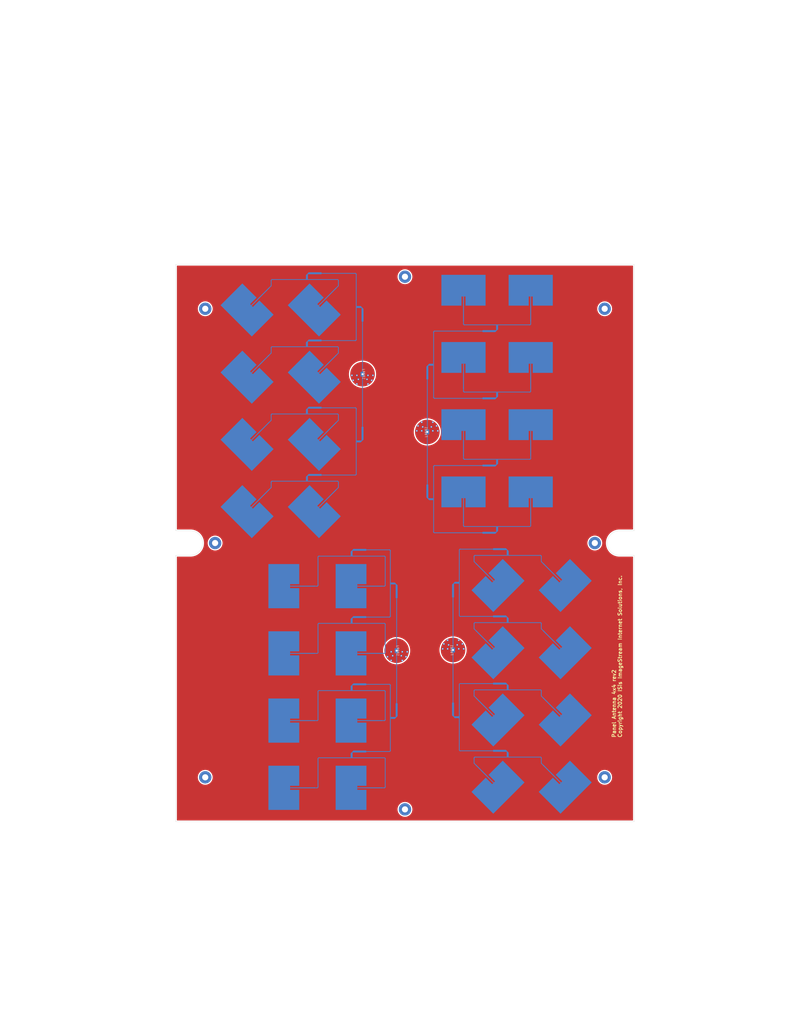
<source format=kicad_pcb>
(kicad_pcb (version 20201116) (generator pcbnew)
  (layers (0 "F.Cu" signal) (1 "In1.Cu" power) (2 "In2.Cu" power) (31 "B.Cu" signal) (34 "B.Paste" user) (35 "F.Paste" user) (36 "B.SilkS" user "B.Silkscreen") (37 "F.SilkS" user "F.Silkscreen") (38 "B.Mask" user) (39 "F.Mask" user) (44 "Edge.Cuts" user))
  (net 0 "")
  (net 1 "GND")
  (net 2 "/A1E1")
  (net 3 "/A1E2")
  (net 4 "/A1E3S2")
  (net 5 "/A1E3")
  (net 6 "/A1E4")
  (net 7 "/A1E5S2")
  (net 8 "/A1E5")
  (net 9 "/A1E6S2")
  (net 10 "/A1E6")
  (net 11 "/A1E7")
  (net 12 "/A1E8")
  (net 13 "/A1P1")
  (net 14 "/A1P4")
  (footprint "MountingHole:MountingHole_2.5mm_Pad_TopBottom" (layer "F.Cu") (at 93 5)
    (fp_text reference "H10" hide)
    (fp_text value "Mounting Hole")
  )
  (footprint "MountingHole:MountingHole_2.5mm_Pad_TopBottom" (layer "F.Cu") (at 170 113)
    (fp_text reference "H12" hide)
    (fp_text value "Mounting Hole")
  )
  (footprint "MountingHole:MountingHole_2.5mm_Pad_TopBottom" (layer "F.Cu") (at 174 208 90)
    (fp_text reference "H4" hide)
    (fp_text value "Mounting Hole")
  )
  (footprint "MountingHole:MountingHole_2.5mm_Pad_TopBottom" (layer "F.Cu") (at 93 221)
    (fp_text reference "H9" hide)
    (fp_text value "Mounting Hole")
  )
  (footprint "MountingHole:MountingHole_2.5mm_Pad_TopBottom" (layer "F.Cu") (at 174 18)
    (fp_text reference "H2" hide)
    (fp_text value "Mounting Hole")
  )
  (footprint "MountingHole:MountingHole_2.5mm_Pad_TopBottom" (layer "F.Cu") (at 12 208)
    (fp_text reference "H3" hide)
    (fp_text value "Mounting Hole")
  )
  (footprint "MountingHole:MountingHole_2.5mm_Pad_TopBottom" (layer "F.Cu") (at 12 18)
    (fp_text reference "H1" hide)
    (fp_text value "Mounting Hole")
  )
  (footprint "MountingHole:MountingHole_2.5mm_Pad_TopBottom" (layer "F.Cu") (at 16 113)
    (fp_text reference "H11" hide)
    (fp_text value "Mounting Hole")
  )
  (footprint "Scott-RF-JLCPCB-1.2mm7628-4layer:Patch_Inset_5.5_Linear_7.1dBi_100R" (layer "B.Cu") (at 116.74 37.74)
    (fp_text reference "AE6" hide)
    (fp_text value "Antenna" hide)
  )
  (footprint "Scott-RF-JLCPCB-1.2mm7628-4layer:Patch_Inset_5.5_Linear_7.1dBi_100R" (layer "B.Cu") (at 130.74 184.74 -135)
    (fp_text reference "AE8" hide)
    (fp_text value "Antenna" hide)
  )
  (footprint "Scott-RF-JLCPCB-1.2mm7628-4layer:Patch_Inset_5.5_Linear_7.1dBi_100R" (layer "B.Cu") (at 144 10.48)
    (fp_text reference "AE7" hide)
    (fp_text value "Antenna" hide)
  )
  (footprint "Scott-RF-JLCPCB-1.2mm7628-4layer:Patch_Inset_5.5_Linear_7.1dBi_100R" (layer "B.Cu") (at 28.96 73 135)
    (fp_text reference "AE3" hide)
    (fp_text value "Antenna" hide)
  )
  (footprint "Scott-RF-JLCPCB-1.2mm7628-4layer:Patch_Inset_5.5_Linear_7.1dBi_100R" (layer "B.Cu") (at 56.22 73 135)
    (fp_text reference "AE6" hide)
    (fp_text value "Antenna" hide)
  )
  (footprint "Scott-RF-JLCPCB-1.2mm7628-4layer:RF-Transformer-70.71ohm" (layer "B.Cu") (at 71.37 170.28 180)
    (fp_text reference "REF**" hide)
    (fp_text value "RF-Transformer-70.71ohm" hide)
  )
  (footprint "Scott-RF-JLCPCB-1.2mm7628-4layer:RF-Angle-100ohm" (layer "B.Cu") (at 121.04 199.8 180)
    (fp_text reference "AA5" hide)
    (fp_text value "RFAngle" hide)
  )
  (footprint "Scott-RF-JLCPCB-1.2mm7628-4layer:RF-Angle-100ohm" (layer "B.Cu") (at 121.04 118.02 180)
    (fp_text reference "AA5" hide)
    (fp_text value "RFAngle" hide)
  )
  (footprint "Scott-RF-JLCPCB-1.2mm7628-4layer:Patch_Inset_5.5_Linear_7.1dBi_100R" (layer "B.Cu") (at 43.87 157.74 90)
    (fp_text reference "AE1" hide)
    (fp_text value "Antenna" hide)
  )
  (footprint "Scott-RF-JLCPCB-1.2mm7628-4layer:RF-Transformer-70.71ohm" (layer "B.Cu") (at 102.08 95.21 -90)
    (fp_text reference "REF**" hide)
    (fp_text value "RF-Transformer-70.71ohm" hide)
  )
  (footprint "Scott-RF-JLCPCB-1.2mm7628-4layer:RF-Angle-100ohm" (layer "B.Cu") (at 104.62 108.84 -90)
    (fp_text reference "AA15" hide)
    (fp_text value "RFAngle" hide)
  )
  (footprint "Scott-RF-JLCPCB-1.2mm7628-4layer:RF-Angle-100ohm" (layer "B.Cu") (at 144 24.51)
    (fp_text reference "AA10" hide)
    (fp_text value "RFAngle" hide)
  )
  (footprint "Scott:Flat_Ant_Hole" (layer "B.Cu") (at 112.51 156.365 -90)
    (fp_text reference "Feed1")
    (fp_text value "Feed1")
  )
  (footprint "Scott-RF-JLCPCB-1.2mm7628-4layer:RF-Angle-100ohm" (layer "B.Cu") (at 66 87.92 90)
    (fp_text reference "AA5" hide)
    (fp_text value "RFAngle" hide)
  )
  (footprint "Scott-RF-JLCPCB-1.2mm7628-4layer:RF-Angle-100ohm" (layer "B.Cu") (at 85 172.829 90)
    (fp_text reference "AA11" hide)
    (fp_text value "RFAngle" hide)
  )
  (footprint "Scott-RF-JLCPCB-1.2mm7628-4layer:RF-Angle-100ohm" (layer "B.Cu") (at 57.74 118.309 180)
    (fp_text reference "AA10" hide)
    (fp_text value "RFAngle" hide)
  )
  (footprint "Scott-RF-JLCPCB-1.2mm7628-4layer:RF-Angle-100ohm" (layer "B.Cu") (at 104.62 81.58 180)
    (fp_text reference "AA15" hide)
    (fp_text value "RFAngle" hide)
  )
  (footprint "Scott-RF-JLCPCB-1.2mm7628-4layer:RF-Transformer-70.71ohm-Right" (layer "B.Cu") (at 102.08 40.69 -90)
    (fp_text reference "REF**" hide)
    (fp_text value "RF-Transformer-70.71ohm-Right" hide)
  )
  (footprint "Scott-RF-JLCPCB-1.2mm7628-4layer:RF-Transformer-70.71ohm-Right" (layer "B.Cu") (at 134.665 142.735 180)
    (fp_text reference "REF**" hide)
    (fp_text value "RF-Transformer-70.71ohm-Right" hide)
  )
  (footprint "Scott-RF-JLCPCB-1.2mm7628-4layer:RF-Angle-100ohm" (layer "B.Cu") (at 148.3 145.28 90)
    (fp_text reference "AA5" hide)
    (fp_text value "RFAngle" hide)
  )
  (footprint "Scott-RF-JLCPCB-1.2mm7628-4layer:RF-Angle-100ohm" (layer "B.Cu") (at 104.62 54.319 -90)
    (fp_text reference "AA15" hide)
    (fp_text value "RFAngle" hide)
  )
  (footprint "Scott-RF-JLCPCB-1.2mm7628-4layer:Patch_Inset_5.5_Linear_7.1dBi_100R" (layer "B.Cu") (at 43.87 212.26 90)
    (fp_text reference "AE5" hide)
    (fp_text value "Antenna" hide)
  )
  (footprint "Scott-RF-JLCPCB-1.2mm7628-4layer:RF-Angle-100ohm" (layer "B.Cu") (at 38.74 33.4 180)
    (fp_text reference "AA5" hide)
    (fp_text value "RFAngle" hide)
  )
  (footprint "Scott-RF-JLCPCB-1.2mm7628-4layer:RF-Angle-100ohm" (layer "B.Cu") (at 87.08 197.54)
    (fp_text reference "AA15" hide)
    (fp_text value "RFAngle" hide)
  )
  (footprint "Scott-RF-JLCPCB-1.2mm7628-4layer:RF-Angle-100ohm" (layer "B.Cu") (at 66 6.14 90)
    (fp_text reference "AA5" hide)
    (fp_text value "RFAngle" hide)
  )
  (footprint "Scott-RF-JLCPCB-1.2mm7628-4layer:RF-Angle-100ohm" (layer "B.Cu") (at 115.04 169.995 180)
    (fp_text reference "AA5" hide)
    (fp_text value "RFAngle" hide)
  )
  (footprint "Scott-RF-JLCPCB-1.2mm7628-4layer:Patch_Inset_5.5_Linear_7.1dBi_100R" (layer "B.Cu") (at 71.13 130.48 90)
    (fp_text reference "AE4" hide)
    (fp_text value "Antenna" hide)
  )
  (footprint "Scott-RF-JLCPCB-1.2mm7628-4layer:RF-Transformer-70.71ohm" (layer "B.Cu") (at 130.37 27.059)
    (fp_text reference "REF**" hide)
    (fp_text value "RF-Transformer-70.71ohm" hide)
  )
  (footprint "Scott-RF-JLCPCB-1.2mm7628-4layer:RF-Angle-100ohm" (layer "B.Cu") (at 148.3 199.8 90)
    (fp_text reference "AA5" hide)
    (fp_text value "RFAngle" hide)
  )
  (footprint "Scott-RF-JLCPCB-1.2mm7628-4layer:RF-Angle-100ohm" (layer "B.Cu") (at 87.08 143.02)
    (fp_text reference "AA15" hide)
    (fp_text value "RFAngle" hide)
  )
  (footprint "Scott-RF-JLCPCB-1.2mm7628-4layer:RF-Angle-100ohm" (layer "B.Cu") (at 66 60.66 90)
    (fp_text reference "AA5" hide)
    (fp_text value "RFAngle" hide)
  )
  (footprint "Scott-RF-JLCPCB-1.2mm7628-4layer:RF-Transformer-70.71ohm" (layer "B.Cu") (at 53.24 30.86 180)
    (fp_text reference "REF**" hide)
    (fp_text value "RF-Transformer-70.71ohm" hide)
  )
  (footprint "Scott-RF-JLCPCB-1.2mm7628-4layer:RF-Transformer-70.71ohm" (layer "B.Cu") (at 75.785 17.27 90)
    (fp_text reference "REF**" hide)
    (fp_text value "RF-Transformer-70.71ohm" hide)
  )
  (footprint "Scott-RF-JLCPCB-1.2mm7628-4layer:RF-Transformer-70.71ohm-Right" (layer "B.Cu") (at 112.495 129.105 -90)
    (fp_text reference "REF**" hide)
    (fp_text value "RF-Transformer-70.71ohm-Right" hide)
  )
  (footprint "Scott-RF-JLCPCB-1.2mm7628-4layer:RF-Angle-100ohm" (layer "B.Cu") (at 57.74 212.26)
    (fp_text reference "AA9" hide)
    (fp_text value "RFAngle" hide)
  )
  (footprint "Scott-RF-JLCPCB-1.2mm7628-4layer:RF-Angle-100ohm" (layer "B.Cu") (at 144 106.292)
    (fp_text reference "AA10" hide)
    (fp_text value "RFAngle" hide)
  )
  (footprint "Scott-RF-JLCPCB-1.2mm7628-4layer:Patch_Inset_5.5_Linear_7.1dBi_100R" (layer "B.Cu") (at 130.74 130.22 -135)
    (fp_text reference "AE4" hide)
    (fp_text value "Antenna" hide)
  )
  (footprint "Scott-RF-JLCPCB-1.2mm7628-4layer:RF-Angle-100ohm" (layer "B.Cu") (at 104.62 27.059 180)
    (fp_text reference "AA15" hide)
    (fp_text value "RFAngle" hide)
  )
  (footprint "Scott-RF-JLCPCB-1.2mm7628-4layer:RF-Angle-100ohm" (layer "B.Cu") (at 116.74 79.031 -90)
    (fp_text reference "AA11" hide)
    (fp_text value "RFAngle" hide)
  )
  (footprint "Scott-RF-JLCPCB-1.2mm7628-4layer:Patch_Inset_5.5_Linear_7.1dBi_100R" (layer "B.Cu") (at 71.13 185 90)
    (fp_text reference "AE8" hide)
    (fp_text value "Antenna" hide)
  )
  (footprint "Scott-RF-JLCPCB-1.2mm7628-4layer:RF-Angle-100ohm" (layer "B.Cu") (at 85 185)
    (fp_text reference "AA12" hide)
    (fp_text value "RFAngle" hide)
  )
  (footprint "Scott-RF-JLCPCB-1.2mm7628-4layer:Patch_Inset_5.5_Linear_7.1dBi_100R" (layer "B.Cu") (at 144 65)
    (fp_text reference "AE3" hide)
    (fp_text value "Antenna" hide)
  )
  (footprint "Scott-RF-JLCPCB-1.2mm7628-4layer:RF-Transformer-70.71ohm" (layer "B.Cu") (at 130.37 81.58)
    (fp_text reference "REF**" hide)
    (fp_text value "RF-Transformer-70.71ohm" hide)
  )
  (footprint "Scott-RF-JLCPCB-1.2mm7628-4layer:Patch_Inset_5.5_Linear_7.1dBi_100R" (layer "B.Cu") (at 71.13 212.26 90)
    (fp_text reference "AE6" hide)
    (fp_text value "Antenna" hide)
  )
  (footprint "Scott-RF-JLCPCB-1.2mm7628-4layer:Patch_Inset_5.5_Linear_7.1dBi_100R" (layer "B.Cu") (at 28.96 18.48 135)
    (fp_text reference "AE2" hide)
    (fp_text value "Antenna" hide)
  )
  (footprint "Scott-RF-JLCPCB-1.2mm7628-4layer:Patch_Inset_5.5_Linear_7.1dBi_100R" (layer "B.Cu") (at 71.13 157.74 90)
    (fp_text reference "AE2" hide)
    (fp_text value "Antenna" hide)
  )
  (footprint "Scott-RF-JLCPCB-1.2mm7628-4layer:RF-Angle-100ohm" (layer "B.Cu") (at 148.3 118.02 90)
    (fp_text reference "AA5" hide)
    (fp_text value "RFAngle" hide)
  )
  (footprint "Scott-RF-JLCPCB-1.2mm7628-4layer:Patch_Inset_5.5_Linear_7.1dBi_100R" (layer "B.Cu") (at 158 212 -135)
    (fp_text reference "AE5" hide)
    (fp_text value "Antenna" hide)
  )
  (footprint "Scott-RF-JLCPCB-1.2mm7628-4layer:RF-Angle-100ohm" (layer "B.Cu") (at 85 200.089 90)
    (fp_text reference "AA11" hide)
    (fp_text value "RFAngle" hide)
  )
  (footprint "Scott-RF-JLCPCB-1.2mm7628-4layer:RF-Transformer-70.71ohm-Right" (layer "B.Cu") (at 75.785 71.79 90)
    (fp_text reference "REF**" hide)
    (fp_text value "RF-Transformer-70.71ohm-Right" hide)
  )
  (footprint "Scott-RF-JLCPCB-1.2mm7628-4layer:RF-Transformer-70.71ohm-Right" (layer "B.Cu") (at 134.665 115.475 180)
    (fp_text reference "REF**" hide)
    (fp_text value "RF-Transformer-70.71ohm-Right" hide)
  )
  (footprint "Scott-RF-JLCPCB-1.2mm7628-4layer:RF-Angle-100ohm" (layer "B.Cu") (at 85 157.74)
    (fp_text reference "AA12" hide)
    (fp_text value "RFAngle" hide)
  )
  (footprint "Scott-RF-JLCPCB-1.2mm7628-4layer:RF-Transformer-70.71ohm-Right" (layer "B.Cu") (at 89.625 183.91 90)
    (fp_text reference "REF**" hide)
    (fp_text value "RF-Transformer-70.71ohm-Right" hide)
  )
  (footprint "Scott-RF-JLCPCB-1.2mm7628-4layer:RF-Angle-100ohm" (layer "B.Cu") (at 85 212.26)
    (fp_text reference "AA12" hide)
    (fp_text value "RFAngle" hide)
  )
  (footprint "Scott-RF-JLCPCB-1.2mm7628-4layer:RF-Angle-100ohm" (layer "B.Cu") (at 73.24 85.42)
    (fp_text reference "AA5" hide)
    (fp_text value "RFAngle" hide)
  )
  (footprint "Scott-RF-JLCPCB-1.2mm7628-4layer:RF-Angle-100ohm" (layer "B.Cu") (at 121.04 145.28 180)
    (fp_text reference "AA5" hide)
    (fp_text value "RFAngle" hide)
  )
  (footprint "Scott-RF-JLCPCB-1.2mm7628-4layer:RF-Transformer-70.71ohm" (layer "B.Cu") (at 71.37 115.76 180)
    (fp_text reference "REF**" hide)
    (fp_text value "RF-Transformer-70.71ohm" hide)
  )
  (footprint "Scott-RF-JLCPCB-1.2mm7628-4layer:RF-Transformer-70.71ohm" (layer "B.Cu") (at 53.24 3.6 180)
    (fp_text reference "REF**" hide)
    (fp_text value "RF-Transformer-70.71ohm" hide)
  )
  (footprint "Scott-RF-JLCPCB-1.2mm7628-4layer:RF-Angle-100ohm" (layer "B.Cu") (at 57.74 157.74)
    (fp_text reference "AA9" hide)
    (fp_text value "RFAngle" hide)
  )
  (footprint "Scott-RF-JLCPCB-1.2mm7628-4layer:RF-Transformer-70.71ohm" (layer "B.Cu") (at 71.37 143.02 180)
    (fp_text reference "REF**" hide)
    (fp_text value "RF-Transformer-70.71ohm" hide)
  )
  (footprint "Scott-RF-JLCPCB-1.2mm7628-4layer:RF-Angle-100ohm" (layer "B.Cu") (at 148.3 172.54 90)
    (fp_text reference "AA5" hide)
    (fp_text value "RFAngle" hide)
  )
  (footprint "Scott-RF-JLCPCB-1.2mm7628-4layer:RF-Angle-100ohm" (layer "B.Cu") (at 121.04 172.54 180)
    (fp_text reference "AA5" hide)
    (fp_text value "RFAngle" hide)
  )
  (footprint "Scott-RF-JLCPCB-1.2mm7628-4layer:RF-Angle-100ohm" (layer "B.Cu") (at 57.74 185)
    (fp_text reference "AA9" hide)
    (fp_text value "RFAngle" hide)
  )
  (footprint "Scott-RF-JLCPCB-1.2mm7628-4layer:RF-Angle-100ohm" (layer "B.Cu") (at 87.08 115.76 90)
    (fp_text reference "AA15" hide)
    (fp_text value "RFAngle" hide)
  )
  (footprint "Scott-RF-JLCPCB-1.2mm7628-4layer:RF-Angle-100ohm" (layer "B.Cu") (at 144 51.771)
    (fp_text reference "AA10" hide)
    (fp_text value "RFAngle" hide)
  )
  (footprint "Scott-RF-JLCPCB-1.2mm7628-4layer:RF-Angle-100ohm" (layer "B.Cu") (at 57.74 172.829 180)
    (fp_text reference "AA10" hide)
    (fp_text value "RFAngle" hide)
  )
  (footprint "Scott:Flat_Ant_Hole" (layer "B.Cu") (at 75.785 44.53 90)
    (fp_text reference "Feed1")
    (fp_text value "Feed1")
  )
  (footprint "Scott-RF-JLCPCB-1.2mm7628-4layer:Patch_Inset_5.5_Linear_7.1dBi_100R" (layer "B.Cu") (at 56.22 45.74 135)
    (fp_text reference "AE5" hide)
    (fp_text value "Antenna" hide)
  )
  (footprint "Scott-RF-JLCPCB-1.2mm7628-4layer:RF-Angle-100ohm" (layer "B.Cu") (at 73.24 30.9)
    (fp_text reference "AA5" hide)
    (fp_text value "RFAngle" hide)
  )
  (footprint "Scott-RF-JLCPCB-1.2mm7628-4layer:RF-Angle-100ohm" (layer "B.Cu") (at 87.08 170.28 90)
    (fp_text reference "AA15" hide)
    (fp_text value "RFAngle" hide)
  )
  (footprint "Scott-RF-JLCPCB-1.2mm7628-4layer:Patch_Inset_5.5_Linear_7.1dBi_100R" (layer "B.Cu") (at 116.74 10.48)
    (fp_text reference "AE5" hide)
    (fp_text value "Antenna" hide)
  )
  (footprint "Scott-RF-JLCPCB-1.2mm7628-4layer:RF-Transformer-70.71ohm-Right" (layer "B.Cu") (at 134.665 197.255 180)
    (fp_text reference "REF**" hide)
    (fp_text value "RF-Transformer-70.71ohm-Right" hide)
  )
  (footprint "Scott-RF-JLCPCB-1.2mm7628-4layer:Patch_Inset_5.5_Linear_7.1dBi_100R" (layer "B.Cu") (at 56.22 100.26 135)
    (fp_text reference "AE1" hide)
    (fp_text value "Antenna" hide)
  )
  (footprint "Scott-RF-JLCPCB-1.2mm7628-4layer:Patch_Inset_5.5_Linear_7.1dBi_100R" (layer "B.Cu") (at 158 130.22 -135)
    (fp_text reference "AE2" hide)
    (fp_text value "Antenna" hide)
  )
  (footprint "Scott-RF-JLCPCB-1.2mm7628-4layer:RF-Angle-100ohm" (layer "B.Cu") (at 57.74 145.569 180)
    (fp_text reference "AA10" hide)
    (fp_text value "RFAngle" hide)
  )
  (footprint "Scott-RF-JLCPCB-1.2mm7628-4layer:Patch_Inset_5.5_Linear_7.1dBi_100R" (layer "B.Cu") (at 28.96 45.74 135)
    (fp_text reference "AE4" hide)
    (fp_text value "Antenna" hide)
  )
  (footprint "Scott-RF-JLCPCB-1.2mm7628-4layer:RF-Angle-100ohm" (layer "B.Cu") (at 73.24 58.16 90)
    (fp_text reference "AA5" hide)
    (fp_text value "RFAngle" hide)
  )
  (footprint "Scott-RF-JLCPCB-1.2mm7628-4layer:RF-Angle-100ohm" (layer "B.Cu") (at 57.74 200.089 180)
    (fp_text reference "AA10" hide)
    (fp_text value "RFAngle" hide)
  )
  (footprint "Scott-RF-JLCPCB-1.2mm7628-4layer:RF-Transformer-70.71ohm" (layer "B.Cu") (at 89.625 129.39 90)
    (fp_text reference "REF**" hide)
    (fp_text value "RF-Transformer-70.71ohm" hide)
  )
  (footprint "Scott-RF-JLCPCB-1.2mm7628-4layer:RF-Angle-100ohm" (layer "B.Cu") (at 116.74 24.51 -90)
    (fp_text reference "AA11" hide)
    (fp_text value "RFAngle" hide)
  )
  (footprint "Scott-RF-JLCPCB-1.2mm7628-4layer:RF-Angle-100ohm" (layer "B.Cu") (at 115.04 115.475 180)
    (fp_text reference "AA5" hide)
    (fp_text value "RFAngle" hide)
  )
  (footprint "Scott-RF-JLCPCB-1.2mm7628-4layer:Patch_Inset_5.5_Linear_7.1dBi_100R" (layer "B.Cu") (at 144 37.74)
    (fp_text reference "AE8" hide)
    (fp_text value "Antenna" hide)
  )
  (footprint "Scott-RF-JLCPCB-1.2mm7628-4layer:RF-Transformer-70.71ohm" (layer "B.Cu") (at 130.37 108.84)
    (fp_text reference "REF**" hide)
    (fp_text value "RF-Transformer-70.71ohm" hide)
  )
  (footprint "Scott-RF-JLCPCB-1.2mm7628-4layer:RF-Angle-100ohm" (layer "B.Cu") (at 73.24 3.64 90)
    (fp_text reference "AA5" hide)
    (fp_text value "RFAngle" hide)
  )
  (footprint "Scott-RF-JLCPCB-1.2mm7628-4layer:RF-Angle-100ohm" (layer "B.Cu") (at 116.74 106.292 -90)
    (fp_text reference "AA11" hide)
    (fp_text value "RFAngle" hide)
  )
  (footprint "Scott-RF-JLCPCB-1.2mm7628-4layer:RF-Angle-100ohm" (layer "B.Cu") (at 38.74 60.66 180)
    (fp_text reference "AA5" hide)
    (fp_text value "RFAngle" hide)
  )
  (footprint "Scott-RF-JLCPCB-1.2mm7628-4layer:Patch_Inset_5.5_Linear_7.1dBi_100R" (layer "B.Cu") (at 116.74 65)
    (fp_text reference "AE1" hide)
    (fp_text value "Antenna" hide)
  )
  (footprint "Scott-RF-JLCPCB-1.2mm7628-4layer:RF-Transformer-70.71ohm" (layer "B.Cu") (at 53.24 58.12 180)
    (fp_text reference "REF**" hide)
    (fp_text value "RF-Transformer-70.71ohm" hide)
  )
  (footprint "Scott-RF-JLCPCB-1.2mm7628-4layer:Patch_Inset_5.5_Linear_7.1dBi_100R" (layer "B.Cu") (at 56.22 18.48 135)
    (fp_text reference "AE7" hide)
    (fp_text value "Antenna" hide)
  )
  (footprint "Scott-RF-JLCPCB-1.2mm7628-4layer:RF-Angle-100ohm" (layer "B.Cu") (at 85 118.309 90)
    (fp_text reference "AA11" hide)
    (fp_text value "RFAngle" hide)
  )
  (footprint "Scott-RF-JLCPCB-1.2mm7628-4layer:Patch_Inset_5.5_Linear_7.1dBi_100R" (layer "B.Cu") (at 158 157.48 -135)
    (fp_text reference "AE1" hide)
    (fp_text value "Antenna" hide)
  )
  (footprint "Scott:Flat_Ant_Hole" (layer "B.Cu") (at 102.08 67.95 -90)
    (fp_text reference "Feed1")
    (fp_text value "Feed1")
  )
  (footprint "Scott-RF-JLCPCB-1.2mm7628-4layer:Patch_Inset_5.5_Linear_7.1dBi_100R" (layer "B.Cu") (at 116.74 92.26)
    (fp_text reference "AE2" hide)
    (fp_text value "Antenna" hide)
  )
  (footprint "Scott-RF-JLCPCB-1.2mm7628-4layer:Patch_Inset_5.5_Linear_7.1dBi_100R" (layer "B.Cu") (at 43.87 130.48 90)
    (fp_text reference "AE3" hide)
    (fp_text value "Antenna" hide)
  )
  (footprint "Scott-RF-JLCPCB-1.2mm7628-4layer:RF-Transformer-70.71ohm-Right" (layer "B.Cu") (at 134.665 169.995 180)
    (fp_text reference "REF**" hide)
    (fp_text value "RF-Transformer-70.71ohm-Right" hide)
  )
  (footprint "Scott-RF-JLCPCB-1.2mm7628-4layer:RF-Angle-100ohm" (layer "B.Cu") (at 38.74 87.92 180)
    (fp_text reference "AA5" hide)
    (fp_text value "RFAngle" hide)
  )
  (footprint "Scott-RF-JLCPCB-1.2mm7628-4layer:RF-Transformer-70.71ohm" (layer "B.Cu") (at 53.24 85.38 180)
    (fp_text reference "REF**" hide)
    (fp_text value "RF-Transformer-70.71ohm" hide)
  )
  (footprint "Scott-RF-JLCPCB-1.2mm7628-4layer:RF-Angle-100ohm" (layer "B.Cu") (at 115.04 197.255 -90)
    (fp_text reference "AA5" hide)
    (fp_text value "RFAngle" hide)
  )
  (footprint "Scott-RF-JLCPCB-1.2mm7628-4layer:RF-Angle-100ohm" (layer "B.Cu") (at 38.74 6.14 180)
    (fp_text reference "AA5" hide)
    (fp_text value "RFAngle" hide)
  )
  (footprint "Scott-RF-JLCPCB-1.2mm7628-4layer:Patch_Inset_5.5_Linear_7.1dBi_100R" (layer "B.Cu") (at 158 184.74 -135)
    (fp_text reference "AE6" hide)
    (fp_text value "Antenna" hide)
  )
  (footprint "Scott-RF-JLCPCB-1.2mm7628-4layer:RF-Angle-100ohm" (layer "B.Cu") (at 115.04 142.735 -90)
    (fp_text reference "AA5" hide)
    (fp_text value "RFAngle" hide)
  )
  (footprint "Scott-RF-JLCPCB-1.2mm7628-4layer:RF-Transformer-70.71ohm" (layer "B.Cu") (at 112.495 183.625 -90)
    (fp_text reference "REF**" hide)
    (fp_text value "RF-Transformer-70.71ohm" hide)
  )
  (footprint "Scott-RF-JLCPCB-1.2mm7628-4layer:Patch_Inset_5.5_Linear_7.1dBi_100R" (layer "B.Cu") (at 130.74 212 -135)
    (fp_text reference "AE7" hide)
    (fp_text value "Antenna" hide)
  )
  (footprint "Scott-RF-JLCPCB-1.2mm7628-4layer:Patch_Inset_5.5_Linear_7.1dBi_100R" (layer "B.Cu") (at 130.74 157.48 -135)
    (fp_text reference "AE3" hide)
    (fp_text value "Antenna" hide)
  )
  (footprint "Scott-RF-JLCPCB-1.2mm7628-4layer:Patch_Inset_5.5_Linear_7.1dBi_100R" (layer "B.Cu") (at 28.96 100.26 135)
    (fp_text reference "AE8" hide)
    (fp_text value "Antenna" hide)
  )
  (footprint "Scott-RF-JLCPCB-1.2mm7628-4layer:RF-Angle-100ohm" (layer "B.Cu") (at 66 33.4 90)
    (fp_text reference "AA5" hide)
    (fp_text value "RFAngle" hide)
  )
  (footprint "Scott-RF-JLCPCB-1.2mm7628-4layer:RF-Angle-100ohm" (layer "B.Cu") (at 85 130.48)
    (fp_text reference "AA12" hide)
    (fp_text value "RFAngle" hide)
  )
  (footprint "Scott-RF-JLCPCB-1.2mm7628-4layer:RF-Transformer-70.71ohm" (layer "B.Cu") (at 130.37 54.319)
    (fp_text reference "REF**" hide)
    (fp_text value "RF-Transformer-70.71ohm" hide)
  )
  (footprint "Scott-RF-JLCPCB-1.2mm7628-4layer:RF-Transformer-70.71ohm" (layer "B.Cu") (at 71.37 197.54 180)
    (fp_text reference "REF**" hide)
    (fp_text value "RF-Transformer-70.71ohm" hide)
  )
  (footprint "Scott-RF-JLCPCB-1.2mm7628-4layer:RF-Angle-100ohm" (layer "B.Cu") (at 57.74 130.48)
    (fp_text reference "AA9" hide)
    (fp_text value "RFAngle" hide)
  )
  (footprint "Scott-RF-JLCPCB-1.2mm7628-4layer:RF-Angle-100ohm" (layer "B.Cu") (at 144 79.031)
    (fp_text reference "AA10" hide)
    (fp_text value "RFAngle" hide)
  )
  (footprint "Scott-RF-JLCPCB-1.2mm7628-4layer:RF-Angle-100ohm" (layer "B.Cu") (at 116.74 51.771 -90)
    (fp_text reference "AA11" hide)
    (fp_text value "RFAngle" hide)
  )
  (footprint "Scott:Flat_Ant_Hole" (layer "B.Cu") (at 89.625 156.65 90)
    (fp_text reference "Feed1")
    (fp_text value "Feed1")
  )
  (footprint "Scott-RF-JLCPCB-1.2mm7628-4layer:Patch_Inset_5.5_Linear_7.1dBi_100R" (layer "B.Cu") (at 43.87 185 90)
    (fp_text reference "AE7" hide)
    (fp_text value "Antenna" hide)
  )
  (footprint "Scott-RF-JLCPCB-1.2mm7628-4layer:Patch_Inset_5.5_Linear_7.1dBi_100R" (layer "B.Cu") (at 144 92.26)
    (fp_text reference "AE4" hide)
    (fp_text value "Antenna" hide)
  )
  (footprint "Scott-RF-JLCPCB-1.2mm7628-4layer:RF-Angle-100ohm" (layer "B.Cu") (at 85 145.569 90)
    (fp_text reference "AA11" hide)
    (fp_text value "RFAngle" hide)
  )
  (gr_line (start 6 118) (end 0 118) (layer "Edge.Cuts") (width 0.1))
  (gr_line (start 186 118) (end 186 226) (layer "Edge.Cuts") (width 0.1))
  (gr_line (start 180 108) (end 186 108) (layer "Edge.Cuts") (width 0.1))
  (gr_line (start 0 0) (end 186 0) (layer "Edge.Cuts") (width 0.1))
  (gr_arc (start 6 113) (end 6 118) (angle -180) (layer "Edge.Cuts") (width 0.1))
  (gr_line (start 0 226) (end 0 118) (layer "Edge.Cuts") (width 0.1))
  (gr_arc (start 180 113) (end 180 108) (angle -180) (layer "Edge.Cuts") (width 0.1))
  (gr_line (start 180 118) (end 186 118) (layer "Edge.Cuts") (width 0.1))
  (gr_line (start 0 108) (end 0 0) (layer "Edge.Cuts") (width 0.1))
  (gr_line (start 0 226) (end 186 226) (layer "Edge.Cuts") (width 0.1))
  (gr_line (start 6 108) (end 0 108) (layer "Edge.Cuts") (width 0.1))
  (gr_line (start 186 0) (end 186 108) (layer "Edge.Cuts") (width 0.1))
  (gr_text "Panel Antenna 4x4 rev2\nCopyright 2020 ISis ImageStream Internet Solutions, Inc." (at 179 192 90) (layer "F.SilkS") (effects (font (size 1.5 1.5) (thickness 0.3)) (justify left)))
  (via (at 74.1 46.6) (size 0.8001) (drill 0.40005) (layers "F.Cu" "B.Cu") (net 1))
  (via (at 114.8 152.4) (size 0.8001) (drill 0.40005) (layers "F.Cu" "B.Cu") (net 1))
  (via (at 114.8 155.9) (size 0.8001) (drill 0.40005) (layers "F.Cu" "B.Cu") (net 1))
  (via (at 91.914 157.1) (size 0.8001) (drill 0.40005) (layers "F.Cu" "B.Cu") (net 1))
  (via (at 73.5 45) (size 0.8001) (drill 0.40005) (layers "F.Cu" "B.Cu") (net 1))
  (via (at 108.8 153.9) (size 0.8001) (drill 0.40005) (layers "F.Cu" "B.Cu") (net 1))
  (via (at 71.5 45) (size 0.8001) (drill 0.40005) (layers "F.Cu" "B.Cu") (net 1))
  (via (at 78 48.5) (size 0.8001) (drill 0.40005) (layers "F.Cu" "B.Cu") (net 1))
  (via (at 104.3 64) (size 0.8001) (drill 0.40005) (layers "F.Cu" "B.Cu") (net 1))
  (via (at 77.6 46.6) (size 0.8001) (drill 0.40005) (layers "F.Cu" "B.Cu") (net 1))
  (via (at 99.8 67.5) (size 0.8001) (drill 0.40005) (layers "F.Cu" "B.Cu") (net 1))
  (via (at 91.514 158.7) (size 0.8001) (drill 0.40005) (layers "F.Cu" "B.Cu") (net 1))
  (via (at 79.5 47) (size 0.8001) (drill 0.40005) (layers "F.Cu" "B.Cu") (net 1))
  (via (at 100.2 65.9) (size 0.8001) (drill 0.40005) (layers "F.Cu" "B.Cu") (net 1))
  (via (at 80 45) (size 0.8001) (drill 0.40005) (layers "F.Cu" "B.Cu") (net 1))
  (via (at 93.914 157.1) (size 0.8001) (drill 0.40005) (layers "F.Cu" "B.Cu") (net 1))
  (via (at 87.414 157.1) (size 0.8001) (drill 0.40005) (layers "F.Cu" "B.Cu") (net 1))
  (via (at 106.3 67.5) (size 0.8001) (drill 0.40005) (layers "F.Cu" "B.Cu") (net 1))
  (via (at 88.014 158.7) (size 0.8001) (drill 0.40005) (layers "F.Cu" "B.Cu") (net 1))
  (via (at 110.3 152.4) (size 0.8001) (drill 0.40005) (layers "F.Cu" "B.Cu") (net 1))
  (via (at 97.8 67.5) (size 0.8001) (drill 0.40005) (layers "F.Cu" "B.Cu") (net 1))
  (via (at 110.7 154.3) (size 0.8001) (drill 0.40005) (layers "F.Cu" "B.Cu") (net 1))
  (via (at 93.414 159.1) (size 0.8001) (drill 0.40005) (layers "F.Cu" "B.Cu") (net 1))
  (via (at 104.3 67.5) (size 0.8001) (drill 0.40005) (layers "F.Cu" "B.Cu") (net 1))
  (via (at 116.8 155.9) (size 0.8001) (drill 0.40005) (layers "F.Cu" "B.Cu") (net 1))
  (via (at 105.8 65.5) (size 0.8001) (drill 0.40005) (layers "F.Cu" "B.Cu") (net 1))
  (via (at 91.914 160.6) (size 0.8001) (drill 0.40005) (layers "F.Cu" "B.Cu") (net 1))
  (via (at 73.5 48.5) (size 0.8001) (drill 0.40005) (layers "F.Cu" "B.Cu") (net 1))
  (via (at 72 47) (size 0.8001) (drill 0.40005) (layers "F.Cu" "B.Cu") (net 1))
  (via (at 114.2 154.3) (size 0.8001) (drill 0.40005) (layers "F.Cu" "B.Cu") (net 1))
  (via (at 98.3 65.5) (size 0.8001) (drill 0.40005) (layers "F.Cu" "B.Cu") (net 1))
  (via (at 108.3 155.9) (size 0.8001) (drill 0.40005) (layers "F.Cu" "B.Cu") (net 1))
  (via (at 103.7 65.9) (size 0.8001) (drill 0.40005) (layers "F.Cu" "B.Cu") (net 1))
  (via (at 116.3 153.9) (size 0.8001) (drill 0.40005) (layers "F.Cu" "B.Cu") (net 1))
  (via (at 99.8 64) (size 0.8001) (drill 0.40005) (layers "F.Cu" "B.Cu") (net 1))
  (via (at 110.3 155.9) (size 0.8001) (drill 0.40005) (layers "F.Cu" "B.Cu") (net 1))
  (via (at 78 45) (size 0.8001) (drill 0.40005) (layers "F.Cu" "B.Cu") (net 1))
  (via (at 85.914 159.1) (size 0.8001) (drill 0.40005) (layers "F.Cu" "B.Cu") (net 1))
  (via (at 87.414 160.6) (size 0.8001) (drill 0.40005) (layers "F.Cu" "B.Cu") (net 1))
  (segment (start 149.3 121.515) (end 148.3 120.515) (width 0.3082) (layer "B.Cu") (net 4))
  (segment (start 65 64.22) (end 66 63.22) (width 0.3082) (layer "B.Cu") (net 4))
  (segment (start 148.3 202.295) (end 148.3 200.085) (width 0.3082) (layer "B.Cu") (net 4))
  (segment (start 149.3 203.295) (end 148.3 202.295) (width 0.3082) (layer "B.Cu") (net 4))
  (segment (start 115.04 196.934) (end 115.04 170.325) (width 0.3082) (layer "B.Cu") (net 4))
  (segment (start 66 63.22) (end 66 60.981) (width 0.3082) (layer "B.Cu") (net 4))
  (segment (start 73.24 3.961) (end 73.24 30.545) (width 0.3082) (layer "B.Cu") (net 4))
  (segment (start 65 36.96) (end 66 35.96) (width 0.3082) (layer "B.Cu") (net 4))
  (segment (start 148.3 147.775) (end 148.3 145.565) (width 0.3082) (layer "B.Cu") (net 4))
  (segment (start 148.3 120.515) (end 148.3 118.305) (width 0.3082) (layer "B.Cu") (net 4))
  (segment (start 73.24 58.481) (end 73.24 85.065) (width 0.3082) (layer "B.Cu") (net 4))
  (segment (start 39.061 6.14) (end 65.66 6.14) (width 0.3082) (layer "B.Cu") (net 4))
  (segment (start 66 35.96) (end 66 33.721) (width 0.3082) (layer "B.Cu") (net 4))
  (segment (start 149.3 148.775) (end 148.3 147.775) (width 0.3082) (layer "B.Cu") (net 4))
  (segment (start 65 9.7) (end 66 8.7) (width 0.3082) (layer "B.Cu") (net 4))
  (segment (start 72.919 30.9) (end 58.74 30.9) (width 0.3082) (layer "B.Cu") (net 4))
  (segment (start 115.04 142.414) (end 115.04 115.805) (width 0.3082) (layer "B.Cu") (net 4))
  (segment (start 115.361 115.475) (end 129.01 115.475) (width 0.3082) (layer "B.Cu") (net 4))
  (segment (start 72.919 85.42) (end 58.74 85.42) (width 0.3082) (layer "B.Cu") (net 4))
  (segment (start 148.3 175.035) (end 148.3 172.825) (width 0.3082) (layer "B.Cu") (net 4))
  (segment (start 149.3 176.035) (end 148.3 175.035) (width 0.3082) (layer "B.Cu") (net 4))
  (segment (start 66 8.7) (end 66 6.461) (width 0.3082) (layer "B.Cu") (net 4))
  (segment (start 39.061 87.92) (end 65.66 87.92) (width 0.3082) (layer "B.Cu") (net 4))
  (segment (start 39.061 33.4) (end 65.66 33.4) (width 0.3082) (layer "B.Cu") (net 4))
  (segment (start 39.061 60.66) (end 65.66 60.66) (width 0.3082) (layer "B.Cu") (net 4))
  (segment (start 115.361 169.995) (end 129.01 169.995) (width 0.3082) (layer "B.Cu") (net 4))
  (segment (start 147.969 199.8) (end 121.35 199.8) (width 0.3082) (layer "B.Cu") (net 5))
  (segment (start 66 90.48) (end 66 88.271) (width 0.3082) (layer "B.Cu") (net 5))
  (segment (start 65 91.48) (end 66 90.48) (width 0.3082) (layer "B.Cu") (net 5))
  (segment (start 37.74 64.22) (end 38.74 63.22) (width 0.3082) (layer "B.Cu") (net 5))
  (segment (start 121.04 147.775) (end 121.04 145.596) (width 0.3082) (layer "B.Cu") (net 5))
  (segment (start 147.969 172.54) (end 121.35 172.54) (width 0.3082) (layer "B.Cu") (net 5))
  (segment (start 38.74 35.96) (end 38.74 33.721) (width 0.3082) (layer "B.Cu") (net 5))
  (segment (start 72.919 58.16) (end 58.74 58.16) (width 0.3082) (layer "B.Cu") (net 5))
  (segment (start 122.04 176.035) (end 121.04 175.035) (width 0.3082) (layer "B.Cu") (net 5))
  (segment (start 121.04 175.035) (end 121.04 172.856) (width 0.3082) (layer "B.Cu") (net 5))
  (segment (start 122.04 148.775) (end 121.04 147.775) (width 0.3082) (layer "B.Cu") (net 5))
  (segment (start 37.74 91.48) (end 38.74 90.48) (width 0.3082) (layer "B.Cu") (net 5))
  (segment (start 121.04 202.295) (end 121.04 200.116) (width 0.3082) (layer "B.Cu") (net 5))
  (segment (start 38.74 90.48) (end 38.74 88.241) (width 0.3082) (layer "B.Cu") (net 5))
  (segment (start 115.361 142.735) (end 129.01 142.735) (width 0.3082) (layer "B.Cu") (net 5))
  (segment (start 147.969 145.28) (end 121.35 145.28) (width 0.3082) (layer "B.Cu") (net 5))
  (segment (start 37.74 36.96) (end 38.74 35.96) (width 0.3082) (layer "B.Cu") (net 5))
  (segment (start 37.74 9.7) (end 38.74 8.7) (width 0.3082) (layer "B.Cu") (net 5))
  (segment (start 122.04 203.295) (end 121.04 202.295) (width 0.3082) (layer "B.Cu") (net 5))
  (segment (start 115.361 197.255) (end 129.01 197.255) (width 0.3082) (layer "B.Cu") (net 5))
  (segment (start 121.04 120.515) (end 121.04 118.336) (width 0.3082) (layer "B.Cu") (net 5))
  (segment (start 122.04 121.515) (end 121.04 120.515) (width 0.3082) (layer "B.Cu") (net 5))
  (segment (start 38.74 63.22) (end 38.74 60.981) (width 0.3082) (layer "B.Cu") (net 5))
  (segment (start 72.919 3.64) (end 58.74 3.64) (width 0.3082) (layer "B.Cu") (net 5))
  (segment (start 147.969 118.02) (end 121.35 118.02) (width 0.3082) (layer "B.Cu") (net 5))
  (segment (start 38.74 8.7) (end 38.74 6.461) (width 0.3082) (layer "B.Cu") (net 5))
  (segment (start 57.74 157.432) (end 57.74 145.89) (width 0.3082) (layer "B.Cu") (net 7))
  (segment (start 144 78.71) (end 144 77.431) (width 0.3082) (layer "B.Cu") (net 7))
  (segment (start 57.74 211.952) (end 57.74 200.41) (width 0.3082) (layer "B.Cu") (net 7))
  (segment (start 144 24.189) (end 144 22.91) (width 0.3082) (layer "B.Cu") (net 7))
  (segment (start 144 105.971) (end 144 104.692) (width 0.3082) (layer "B.Cu") (net 7))
  (segment (start 57.74 130.172) (end 57.74 118.63) (width 0.3082) (layer "B.Cu") (net 7))
  (segment (start 144 51.45) (end 144 50.171) (width 0.3082) (layer "B.Cu") (net 7))
  (segment (start 57.74 184.692) (end 57.74 173.15) (width 0.3082) (layer "B.Cu") (net 7))
  (segment (start 56.2 212.26) (end 57.432 212.26) (width 0.3082) (layer "B.Cu") (net 8))
  (segment (start 56.2 185) (end 57.432 185) (width 0.3082) (layer "B.Cu") (net 8))
  (segment (start 56.2 130.48) (end 57.432 130.48) (width 0.3082) (layer "B.Cu") (net 8))
  (segment (start 56.2 157.74) (end 57.432 157.74) (width 0.3082) (layer "B.Cu") (net 8))
  (segment (start 85 118.63) (end 85 130.172) (width 0.3082) (layer "B.Cu") (net 9))
  (segment (start 85 200.41) (end 85 211.952) (width 0.3082) (layer "B.Cu") (net 9))
  (segment (start 85 145.89) (end 85 157.432) (width 0.3082) (layer "B.Cu") (net 9))
  (segment (start 116.74 50.201) (end 116.74 51.461) (width 0.3082) (layer "B.Cu") (net 9))
  (segment (start 116.74 22.94) (end 116.74 24.2) (width 0.3082) (layer "B.Cu") (net 9))
  (segment (start 116.74 104.722) (end 116.74 105.982) (width 0.3082) (layer "B.Cu") (net 9))
  (segment (start 85 173.15) (end 85 184.692) (width 0.3082) (layer "B.Cu") (net 9))
  (segment (start 116.74 77.461) (end 116.74 78.721) (width 0.3082) (layer "B.Cu") (net 9))
  (segment (start 84.679 157.74) (end 83.632 157.74) (width 0.3082) (layer "B.Cu") (net 10))
  (segment (start 84.679 185) (end 83.632 185) (width 0.3082) (layer "B.Cu") (net 10))
  (segment (start 84.679 212.26) (end 83.632 212.26) (width 0.3082) (layer "B.Cu") (net 10))
  (segment (start 84.679 130.48) (end 83.632 130.48) (width 0.3082) (layer "B.Cu") (net 10))
  (segment (start 86.749 143.02) (end 77.1165 143.02) (width 0.3082) (layer "B.Cu") (net 13))
  (segment (start 86.759 170.28) (end 77.1165 170.28) (width 0.3082) (layer "B.Cu") (net 13))
  (segment (start 102.08 90.06) (end 102.08 46.22) (width 0.3082) (layer "B.Cu") (net 13))
  (segment (start 104.941 108.84) (end 124.6235 108.84) (width 0.3082) (layer "B.Cu") (net 13))
  (segment (start 86.759 115.76) (end 77.1165 115.76) (width 0.3082) (layer "B.Cu") (net 13))
  (segment (start 104.62 27.38) (end 104.62 53.999) (width 0.3082) (layer "B.Cu") (net 13))
  (segment (start 112.495 134.885) (end 112.5 134.88) (width 0.3082) (layer "B.Cu") (net 13))
  (segment (start 104.62 81.901) (end 104.62 108.52) (width 0.3082) (layer "B.Cu") (net 13))
  (segment (start 112.5 177.88) (end 112.495 177.875) (width 0.3082) (layer "B.Cu") (net 13))
  (segment (start 112.495 177.875) (end 112.495 134.885) (width 0.3082) (layer "B.Cu") (net 13))
  (segment (start 75.785 23.005) (end 75.785 66.17) (width 0.3082) (layer "B.Cu") (net 13))
  (segment (start 87.08 116.101) (end 87.08 142.709) (width 0.3082) (layer "B.Cu") (net 13))
  (segment (start 104.941 81.58) (end 124.6235 81.58) (width 0.3082) (layer "B.Cu") (net 13))
  (segment (start 89.625 134.54) (end 89.625 178.38) (width 0.3082) (layer "B.Cu") (net 13))
  (segment (start 104.941 54.319) (end 124.6235 54.319) (width 0.3082) (layer "B.Cu") (net 13))
  (segment (start 87.08 170.621) (end 87.08 197.229) (width 0.3082) (layer "B.Cu") (net 13))
  (segment (start 86.749 197.54) (end 77.1165 197.54) (width 0.3082) (layer "B.Cu") (net 13))
  (segment (start 104.941 27.059) (end 124.6235 27.059) (width 0.3082) (layer "B.Cu") (net 13))
  (segment (start 143.679 51.771) (end 117.061 51.771) (width 0.3082) (layer "B.Cu") (net 14))
  (segment (start 58.061 145.569) (end 84.679 145.569) (width 0.3082) (layer "B.Cu") (net 14))
  (segment (start 143.679 79.031) (end 117.061 79.031) (width 0.3082) (layer "B.Cu") (net 14))
  (segment (start 58.061 118.309) (end 84.679 118.309) (width 0.3082) (layer "B.Cu") (net 14))
  (segment (start 143.679 24.51) (end 117.061 24.51) (width 0.3082) (layer "B.Cu") (net 14))
  (segment (start 58.061 200.089) (end 84.679 200.089) (width 0.3082) (layer "B.Cu") (net 14))
  (segment (start 58.061 172.829) (end 84.679 172.829) (width 0.3082) (layer "B.Cu") (net 14))
  (segment (start 143.679 106.292) (end 117.061 106.292) (width 0.3082) (layer "B.Cu") (net 14))
  (zone (net 0) (net_name "") (layer "F.Cu") (connect_pads yes (clearance 0.508)) (min_thickness 0.254) (fill yes (thermal_gap 0.508) (thermal_bridge_width 0.508))
    (polygon (pts (xy 189.2 228.3) (xy -3.3 228.3) (xy -3.3 -3.4) (xy 189.2 -3.4)))
  )
)
</source>
